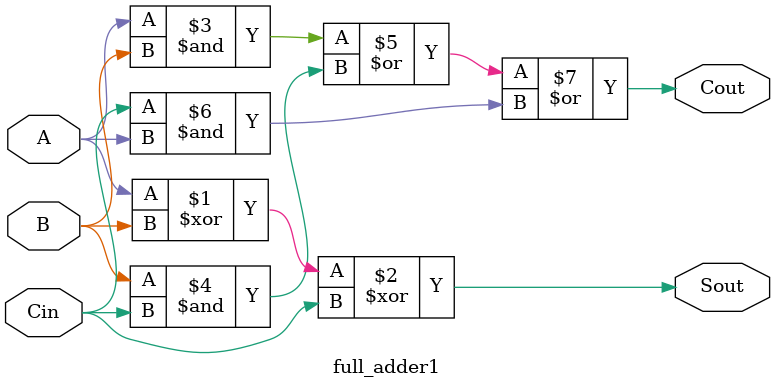
<source format=v>
`timescale 1ns / 1ps
module ripple_carry_adder(Sout,Cout,A,B,Cin);
input [3:0]A,B;
input Cin;
output [3:0]Sout;
output Cout;
wire c1,c2,c3;
full_adder F0(Sout[0],c1,A[0],B[0],Cin);
full_adder F1(Sout[1],c2,A[1],B[1],c1);
full_adder F2(Sout[2],c3,A[2],B[2],c2);
full_adder F3(Sout[3],Cout,A[3],B[3],c3);


endmodule

module full_adder1(Sout,Cout,A,B,Cin);
input A,B,Cin;
output Sout,Cout;
assign Sout= A^B^Cin;
assign Cout= A&B|B&Cin|Cin&A;

endmodule

</source>
